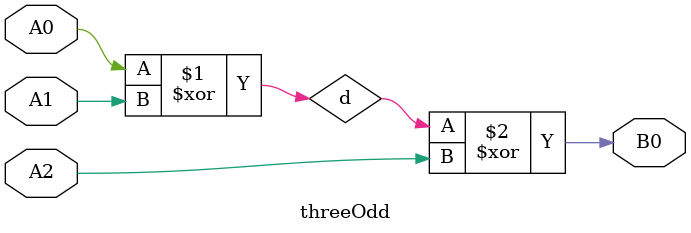
<source format=v>
module threeOdd(A0,A1,A2,B0);

input A0,A1,A2;
output B0;
wire d;
xor xor1(d,A0,A1);
xor xor2(B0,d,A2);
endmodule

</source>
